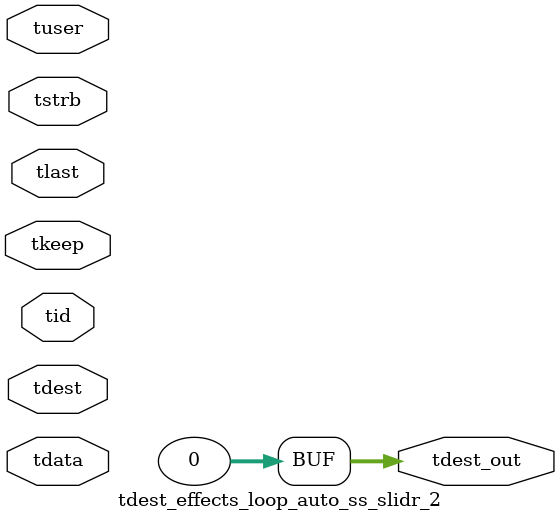
<source format=v>


`timescale 1ps/1ps

module tdest_effects_loop_auto_ss_slidr_2 #
(
parameter C_S_AXIS_TDATA_WIDTH = 32,
parameter C_S_AXIS_TUSER_WIDTH = 0,
parameter C_S_AXIS_TID_WIDTH   = 0,
parameter C_S_AXIS_TDEST_WIDTH = 0,
parameter C_M_AXIS_TDEST_WIDTH = 32
)
(
input  [(C_S_AXIS_TDATA_WIDTH == 0 ? 1 : C_S_AXIS_TDATA_WIDTH)-1:0     ] tdata,
input  [(C_S_AXIS_TUSER_WIDTH == 0 ? 1 : C_S_AXIS_TUSER_WIDTH)-1:0     ] tuser,
input  [(C_S_AXIS_TID_WIDTH   == 0 ? 1 : C_S_AXIS_TID_WIDTH)-1:0       ] tid,
input  [(C_S_AXIS_TDEST_WIDTH == 0 ? 1 : C_S_AXIS_TDEST_WIDTH)-1:0     ] tdest,
input  [(C_S_AXIS_TDATA_WIDTH/8)-1:0 ] tkeep,
input  [(C_S_AXIS_TDATA_WIDTH/8)-1:0 ] tstrb,
input                                                                    tlast,
output [C_M_AXIS_TDEST_WIDTH-1:0] tdest_out
);

assign tdest_out = {1'b0};

endmodule


</source>
